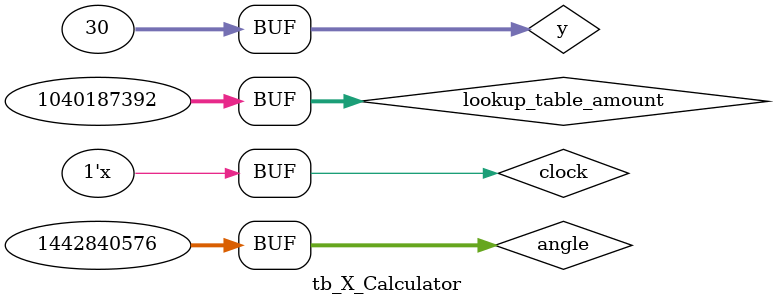
<source format=v>
`include "CONSTANTS.v"

module tb_X_Calculator();
    reg [31:0] angle;
    reg[31:0] y;
    reg [31:0] lookup_table_amount;
    reg clock;
    wire [31:0] angle_out;
    
    
    parameter PERIOD = 5;
    parameter Time_Between_Tests = 10;
    
    
    
    Z_Calculator zcal(.angle(angle), .y(y), .lookup_table_amount(lookup_table_amount), .clock(clock), .angle_out(angle_out));
    
 initial 
  begin
    clock = 0;
  end

  always 
  begin 
    #PERIOD clock = ~clock;
  end
  
    initial
    begin
    angle<=32'b00010000000000000000000000000000;
    y <= 32'd40;
    lookup_table_amount <= 32'b00001111000000000000000000000000;
    #Time_Between_Tests
    angle <= 32'b00011100000000000000000000000000;
    y <= 32'd20;
    lookup_table_amount <=32'b01011110000000000000000000000000;
    #Time_Between_Tests
    angle <= 32'b01010110000000000000000000000000;
    y <= 32'd30;
    lookup_table_amount <= 32'b00111110000000000000000000000000;  
    end
    initial
  begin
    $monitor ("@", $time, "ns:   angle_out = %b ", angle_out);  
  end
endmodule
  



</source>
